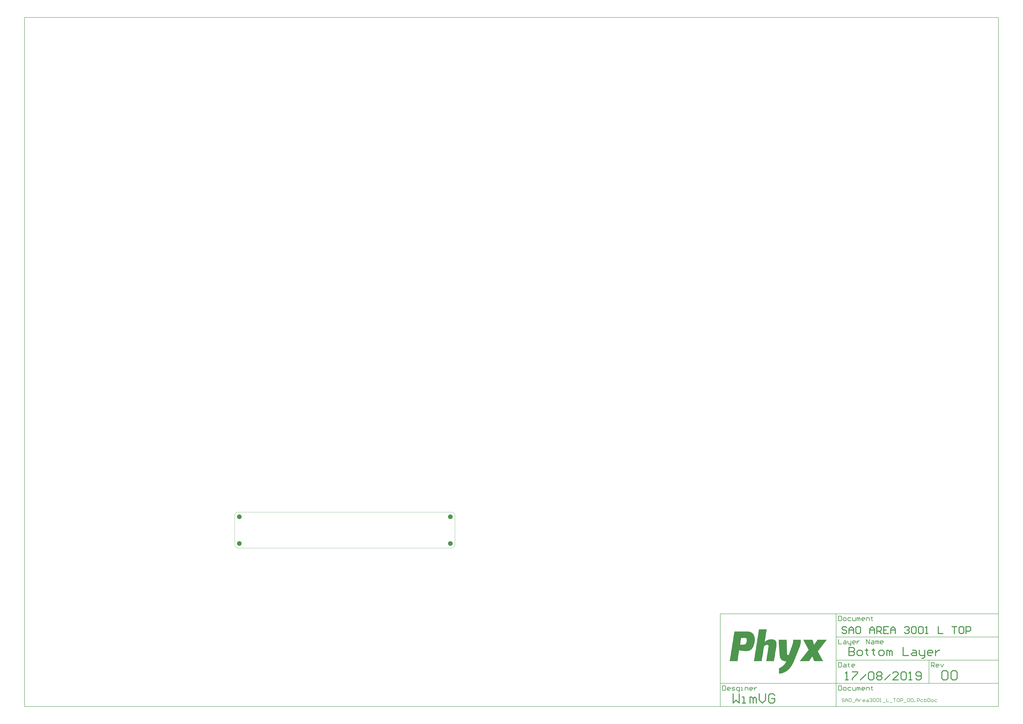
<source format=gbl>
G04*
G04 #@! TF.GenerationSoftware,Altium Limited,Altium Designer,18.1.7 (191)*
G04*
G04 Layer_Physical_Order=2*
G04 Layer_Color=16711680*
%FSLAX25Y25*%
%MOIN*%
G70*
G01*
G75*
%ADD10C,0.01575*%
%ADD11C,0.00394*%
%ADD12C,0.00787*%
%ADD13C,0.00984*%
%ADD17C,0.07874*%
G36*
X872201Y-141778D02*
X873919D01*
Y-142065D01*
X874778D01*
Y-142351D01*
X875637D01*
Y-142637D01*
X876496D01*
Y-142924D01*
X877069D01*
Y-143210D01*
X877355D01*
Y-143496D01*
X877928D01*
Y-143783D01*
X878214D01*
Y-144069D01*
X878786D01*
Y-144355D01*
X879073D01*
Y-144641D01*
X879359D01*
Y-144928D01*
X879646D01*
Y-145214D01*
X879932D01*
Y-145501D01*
X880218D01*
Y-145787D01*
X880504D01*
Y-146073D01*
Y-146359D01*
X880791D01*
Y-146646D01*
X881077D01*
Y-146932D01*
Y-147218D01*
X881363D01*
Y-147505D01*
X881650D01*
Y-147791D01*
Y-148077D01*
X881936D01*
Y-148364D01*
Y-148650D01*
Y-148936D01*
X882222D01*
Y-149223D01*
Y-149509D01*
Y-149795D01*
X882509D01*
Y-150082D01*
Y-150368D01*
Y-150654D01*
Y-150940D01*
X882795D01*
Y-151227D01*
Y-151513D01*
Y-151799D01*
Y-152086D01*
Y-152372D01*
X883081D01*
Y-152658D01*
Y-152945D01*
Y-153231D01*
Y-153517D01*
Y-153804D01*
Y-154090D01*
Y-154376D01*
Y-154663D01*
Y-154949D01*
Y-155235D01*
Y-155521D01*
Y-155808D01*
Y-156094D01*
Y-156380D01*
Y-156667D01*
Y-156953D01*
Y-157239D01*
Y-157526D01*
Y-157812D01*
Y-158098D01*
X882795D01*
Y-158385D01*
Y-158671D01*
Y-158957D01*
Y-159244D01*
Y-159530D01*
Y-159816D01*
Y-160102D01*
X882509D01*
Y-160389D01*
Y-160675D01*
Y-160961D01*
Y-161248D01*
Y-161534D01*
X882222D01*
Y-161820D01*
Y-162107D01*
Y-162393D01*
Y-162679D01*
Y-162966D01*
X881936D01*
Y-163252D01*
Y-163538D01*
Y-163824D01*
X881650D01*
Y-164111D01*
Y-164397D01*
Y-164683D01*
Y-164970D01*
X881363D01*
Y-165256D01*
Y-165542D01*
Y-165829D01*
X881077D01*
Y-166115D01*
Y-166401D01*
X880791D01*
Y-166688D01*
Y-166974D01*
Y-167260D01*
X880504D01*
Y-167547D01*
Y-167833D01*
X880218D01*
Y-168119D01*
Y-168405D01*
X879932D01*
Y-168692D01*
Y-168978D01*
X879646D01*
Y-169264D01*
X879359D01*
Y-169551D01*
Y-169837D01*
X879073D01*
Y-170123D01*
X878786D01*
Y-170410D01*
X878500D01*
Y-170696D01*
Y-170982D01*
X878214D01*
Y-171269D01*
X877928D01*
Y-171555D01*
X877641D01*
Y-171841D01*
X877355D01*
Y-172127D01*
X877069D01*
Y-172414D01*
X876496D01*
Y-172700D01*
X876210D01*
Y-172986D01*
X875637D01*
Y-173273D01*
X875351D01*
Y-173559D01*
X874778D01*
Y-173845D01*
X873919D01*
Y-174132D01*
X873060D01*
Y-174418D01*
X872201D01*
Y-174704D01*
X870483D01*
Y-174991D01*
X865330D01*
Y-174704D01*
X862753D01*
Y-174418D01*
X860749D01*
Y-174132D01*
X859317D01*
Y-173845D01*
X857886D01*
Y-173559D01*
X856454D01*
Y-173845D01*
Y-174132D01*
Y-174418D01*
Y-174704D01*
Y-174991D01*
Y-175277D01*
Y-175563D01*
X856168D01*
Y-175850D01*
Y-176136D01*
Y-176422D01*
Y-176709D01*
Y-176995D01*
Y-177281D01*
X855882D01*
Y-177568D01*
Y-177854D01*
Y-178140D01*
Y-178426D01*
Y-178713D01*
Y-178999D01*
X855595D01*
Y-179285D01*
Y-179572D01*
Y-179858D01*
Y-180144D01*
Y-180431D01*
Y-180717D01*
Y-181003D01*
X855309D01*
Y-181290D01*
Y-181576D01*
Y-181862D01*
Y-182149D01*
Y-182435D01*
Y-182721D01*
X855023D01*
Y-183007D01*
Y-183294D01*
Y-183580D01*
Y-183866D01*
Y-184153D01*
Y-184439D01*
X854736D01*
Y-184725D01*
Y-185012D01*
Y-185298D01*
Y-185584D01*
Y-185871D01*
Y-186157D01*
Y-186443D01*
X854450D01*
Y-186730D01*
Y-187016D01*
Y-187302D01*
Y-187588D01*
Y-187875D01*
Y-188161D01*
X854164D01*
Y-188447D01*
Y-188734D01*
Y-189020D01*
Y-189306D01*
Y-189593D01*
Y-189879D01*
X853877D01*
Y-190165D01*
Y-190452D01*
Y-190738D01*
Y-191024D01*
Y-191311D01*
Y-191597D01*
Y-191883D01*
X840421D01*
Y-191597D01*
X840707D01*
Y-191311D01*
Y-191024D01*
Y-190738D01*
Y-190452D01*
Y-190165D01*
X840993D01*
Y-189879D01*
Y-189593D01*
Y-189306D01*
Y-189020D01*
Y-188734D01*
Y-188447D01*
Y-188161D01*
X841280D01*
Y-187875D01*
Y-187588D01*
Y-187302D01*
Y-187016D01*
Y-186730D01*
Y-186443D01*
X841566D01*
Y-186157D01*
Y-185871D01*
Y-185584D01*
Y-185298D01*
Y-185012D01*
Y-184725D01*
X841852D01*
Y-184439D01*
Y-184153D01*
Y-183866D01*
Y-183580D01*
Y-183294D01*
Y-183007D01*
Y-182721D01*
X842138D01*
Y-182435D01*
Y-182149D01*
Y-181862D01*
Y-181576D01*
Y-181290D01*
Y-181003D01*
X842425D01*
Y-180717D01*
Y-180431D01*
Y-180144D01*
Y-179858D01*
Y-179572D01*
Y-179285D01*
X842711D01*
Y-178999D01*
Y-178713D01*
Y-178426D01*
Y-178140D01*
Y-177854D01*
Y-177568D01*
X842997D01*
Y-177281D01*
Y-176995D01*
Y-176709D01*
Y-176422D01*
Y-176136D01*
Y-175850D01*
Y-175563D01*
X843284D01*
Y-175277D01*
Y-174991D01*
Y-174704D01*
Y-174418D01*
Y-174132D01*
Y-173845D01*
X843570D01*
Y-173559D01*
Y-173273D01*
Y-172986D01*
Y-172700D01*
Y-172414D01*
Y-172127D01*
X843856D01*
Y-171841D01*
Y-171555D01*
Y-171269D01*
Y-170982D01*
Y-170696D01*
Y-170410D01*
X844143D01*
Y-170123D01*
Y-169837D01*
Y-169551D01*
Y-169264D01*
Y-168978D01*
Y-168692D01*
Y-168405D01*
X844429D01*
Y-168119D01*
Y-167833D01*
Y-167547D01*
Y-167260D01*
Y-166974D01*
Y-166688D01*
X844715D01*
Y-166401D01*
Y-166115D01*
Y-165829D01*
Y-165542D01*
Y-165256D01*
Y-164970D01*
X845002D01*
Y-164683D01*
Y-164397D01*
Y-164111D01*
Y-163824D01*
Y-163538D01*
Y-163252D01*
Y-162966D01*
X845288D01*
Y-162679D01*
Y-162393D01*
Y-162107D01*
Y-161820D01*
Y-161534D01*
Y-161248D01*
X845574D01*
Y-160961D01*
Y-160675D01*
Y-160389D01*
Y-160102D01*
Y-159816D01*
Y-159530D01*
X845861D01*
Y-159244D01*
Y-158957D01*
Y-158671D01*
Y-158385D01*
Y-158098D01*
Y-157812D01*
X846147D01*
Y-157526D01*
Y-157239D01*
Y-156953D01*
Y-156667D01*
Y-156380D01*
Y-156094D01*
Y-155808D01*
X846433D01*
Y-155521D01*
Y-155235D01*
Y-154949D01*
Y-154663D01*
Y-154376D01*
Y-154090D01*
X846719D01*
Y-153804D01*
Y-153517D01*
Y-153231D01*
Y-152945D01*
Y-152658D01*
Y-152372D01*
X847006D01*
Y-152086D01*
Y-151799D01*
Y-151513D01*
Y-151227D01*
Y-150940D01*
Y-150654D01*
Y-150368D01*
X847292D01*
Y-150082D01*
Y-149795D01*
Y-149509D01*
Y-149223D01*
Y-148936D01*
Y-148650D01*
X847578D01*
Y-148364D01*
Y-148077D01*
Y-147791D01*
Y-147505D01*
Y-147218D01*
Y-146932D01*
X847865D01*
Y-146646D01*
Y-146359D01*
Y-146073D01*
Y-145787D01*
Y-145501D01*
Y-145214D01*
Y-144928D01*
X848151D01*
Y-144641D01*
Y-144355D01*
Y-144069D01*
Y-143783D01*
Y-143496D01*
Y-143210D01*
X848437D01*
Y-142924D01*
Y-142637D01*
Y-142351D01*
Y-142065D01*
Y-141778D01*
Y-141492D01*
X872201D01*
Y-141778D01*
D02*
G37*
G36*
X903409Y-138343D02*
Y-138629D01*
X903123D01*
Y-138915D01*
Y-139202D01*
Y-139488D01*
Y-139774D01*
Y-140060D01*
Y-140347D01*
X902837D01*
Y-140633D01*
Y-140919D01*
Y-141206D01*
Y-141492D01*
Y-141778D01*
Y-142065D01*
X902551D01*
Y-142351D01*
Y-142637D01*
Y-142924D01*
Y-143210D01*
Y-143496D01*
Y-143783D01*
Y-144069D01*
X902264D01*
Y-144355D01*
Y-144641D01*
Y-144928D01*
Y-145214D01*
Y-145501D01*
Y-145787D01*
X901978D01*
Y-146073D01*
Y-146359D01*
Y-146646D01*
Y-146932D01*
Y-147218D01*
Y-147505D01*
X901692D01*
Y-147791D01*
Y-148077D01*
Y-148364D01*
Y-148650D01*
Y-148936D01*
Y-149223D01*
Y-149509D01*
X901405D01*
Y-149795D01*
Y-150082D01*
Y-150368D01*
Y-150654D01*
Y-150940D01*
Y-151227D01*
X901119D01*
Y-151513D01*
Y-151799D01*
Y-152086D01*
Y-152372D01*
Y-152658D01*
Y-152945D01*
X900833D01*
Y-153231D01*
Y-153517D01*
Y-153804D01*
Y-154090D01*
Y-154376D01*
Y-154663D01*
X900546D01*
Y-154949D01*
Y-155235D01*
Y-155521D01*
Y-155808D01*
Y-156094D01*
Y-156380D01*
Y-156667D01*
X900260D01*
Y-156953D01*
Y-157239D01*
Y-157526D01*
Y-157812D01*
Y-158098D01*
Y-158385D01*
X899974D01*
Y-158671D01*
Y-158957D01*
X900546D01*
Y-158671D01*
X900833D01*
Y-158385D01*
X901119D01*
Y-158098D01*
X901692D01*
Y-157812D01*
X901978D01*
Y-157526D01*
X902264D01*
Y-157239D01*
X902837D01*
Y-156953D01*
X903409D01*
Y-156667D01*
X903696D01*
Y-156380D01*
X904268D01*
Y-156094D01*
X905127D01*
Y-155808D01*
X905700D01*
Y-155521D01*
X906559D01*
Y-155235D01*
X907990D01*
Y-154949D01*
X914289D01*
Y-155235D01*
X915435D01*
Y-155521D01*
X916294D01*
Y-155808D01*
X916866D01*
Y-156094D01*
X917153D01*
Y-156380D01*
X917725D01*
Y-156667D01*
X918011D01*
Y-156953D01*
X918298D01*
Y-157239D01*
X918584D01*
Y-157526D01*
X918870D01*
Y-157812D01*
Y-158098D01*
X919157D01*
Y-158385D01*
Y-158671D01*
X919443D01*
Y-158957D01*
Y-159244D01*
Y-159530D01*
X919729D01*
Y-159816D01*
Y-160102D01*
Y-160389D01*
Y-160675D01*
X920016D01*
Y-160961D01*
Y-161248D01*
Y-161534D01*
Y-161820D01*
Y-162107D01*
Y-162393D01*
Y-162679D01*
Y-162966D01*
Y-163252D01*
Y-163538D01*
Y-163824D01*
Y-164111D01*
Y-164397D01*
Y-164683D01*
Y-164970D01*
Y-165256D01*
Y-165542D01*
Y-165829D01*
X919729D01*
Y-166115D01*
Y-166401D01*
Y-166688D01*
Y-166974D01*
Y-167260D01*
Y-167547D01*
Y-167833D01*
X919443D01*
Y-168119D01*
Y-168405D01*
Y-168692D01*
Y-168978D01*
Y-169264D01*
Y-169551D01*
Y-169837D01*
X919157D01*
Y-170123D01*
Y-170410D01*
Y-170696D01*
Y-170982D01*
Y-171269D01*
Y-171555D01*
X918870D01*
Y-171841D01*
Y-172127D01*
Y-172414D01*
Y-172700D01*
Y-172986D01*
Y-173273D01*
X918584D01*
Y-173559D01*
Y-173845D01*
Y-174132D01*
Y-174418D01*
Y-174704D01*
Y-174991D01*
X918298D01*
Y-175277D01*
Y-175563D01*
Y-175850D01*
Y-176136D01*
Y-176422D01*
Y-176709D01*
Y-176995D01*
X918011D01*
Y-177281D01*
Y-177568D01*
Y-177854D01*
Y-178140D01*
Y-178426D01*
Y-178713D01*
X917725D01*
Y-178999D01*
Y-179285D01*
Y-179572D01*
Y-179858D01*
Y-180144D01*
Y-180431D01*
X917439D01*
Y-180717D01*
Y-181003D01*
Y-181290D01*
Y-181576D01*
Y-181862D01*
Y-182149D01*
Y-182435D01*
X917153D01*
Y-182721D01*
Y-183007D01*
Y-183294D01*
Y-183580D01*
Y-183866D01*
Y-184153D01*
X916866D01*
Y-184439D01*
Y-184725D01*
Y-185012D01*
Y-185298D01*
Y-185584D01*
Y-185871D01*
X916580D01*
Y-186157D01*
Y-186443D01*
Y-186730D01*
Y-187016D01*
Y-187302D01*
Y-187588D01*
X916294D01*
Y-187875D01*
Y-188161D01*
Y-188447D01*
Y-188734D01*
Y-189020D01*
Y-189306D01*
Y-189593D01*
X916007D01*
Y-189879D01*
Y-190165D01*
Y-190452D01*
Y-190738D01*
Y-191024D01*
Y-191311D01*
X915721D01*
Y-191597D01*
Y-191883D01*
X902551D01*
Y-191597D01*
Y-191311D01*
X902837D01*
Y-191024D01*
Y-190738D01*
Y-190452D01*
Y-190165D01*
Y-189879D01*
Y-189593D01*
X903123D01*
Y-189306D01*
Y-189020D01*
Y-188734D01*
Y-188447D01*
Y-188161D01*
Y-187875D01*
Y-187588D01*
X903409D01*
Y-187302D01*
Y-187016D01*
Y-186730D01*
Y-186443D01*
Y-186157D01*
Y-185871D01*
X903696D01*
Y-185584D01*
Y-185298D01*
Y-185012D01*
Y-184725D01*
Y-184439D01*
Y-184153D01*
X903982D01*
Y-183866D01*
Y-183580D01*
Y-183294D01*
Y-183007D01*
Y-182721D01*
Y-182435D01*
Y-182149D01*
X904268D01*
Y-181862D01*
Y-181576D01*
Y-181290D01*
Y-181003D01*
Y-180717D01*
Y-180431D01*
X904555D01*
Y-180144D01*
Y-179858D01*
Y-179572D01*
Y-179285D01*
Y-178999D01*
Y-178713D01*
Y-178426D01*
X904841D01*
Y-178140D01*
Y-177854D01*
Y-177568D01*
Y-177281D01*
Y-176995D01*
Y-176709D01*
X905127D01*
Y-176422D01*
Y-176136D01*
Y-175850D01*
Y-175563D01*
Y-175277D01*
Y-174991D01*
X905414D01*
Y-174704D01*
Y-174418D01*
Y-174132D01*
Y-173845D01*
Y-173559D01*
Y-173273D01*
X905700D01*
Y-172986D01*
Y-172700D01*
Y-172414D01*
Y-172127D01*
Y-171841D01*
Y-171555D01*
Y-171269D01*
X905986D01*
Y-170982D01*
Y-170696D01*
Y-170410D01*
Y-170123D01*
Y-169837D01*
Y-169551D01*
X906273D01*
Y-169264D01*
Y-168978D01*
Y-168692D01*
Y-168405D01*
Y-168119D01*
Y-167833D01*
Y-167547D01*
X906559D01*
Y-167260D01*
Y-166974D01*
Y-166688D01*
Y-166401D01*
Y-166115D01*
Y-165829D01*
X906273D01*
Y-165542D01*
Y-165256D01*
X905986D01*
Y-164970D01*
X905700D01*
Y-164683D01*
X905127D01*
Y-164397D01*
X903409D01*
Y-164683D01*
X901978D01*
Y-164970D01*
X901119D01*
Y-165256D01*
X900546D01*
Y-165542D01*
X900260D01*
Y-165829D01*
X899687D01*
Y-166115D01*
X899401D01*
Y-166401D01*
X899115D01*
Y-166688D01*
Y-166974D01*
X898828D01*
Y-167260D01*
Y-167547D01*
Y-167833D01*
X898542D01*
Y-168119D01*
Y-168405D01*
Y-168692D01*
Y-168978D01*
Y-169264D01*
Y-169551D01*
X898256D01*
Y-169837D01*
Y-170123D01*
Y-170410D01*
Y-170696D01*
Y-170982D01*
Y-171269D01*
Y-171555D01*
X897970D01*
Y-171841D01*
Y-172127D01*
Y-172414D01*
Y-172700D01*
Y-172986D01*
Y-173273D01*
X897683D01*
Y-173559D01*
Y-173845D01*
Y-174132D01*
Y-174418D01*
Y-174704D01*
Y-174991D01*
X897397D01*
Y-175277D01*
Y-175563D01*
Y-175850D01*
Y-176136D01*
Y-176422D01*
Y-176709D01*
X897111D01*
Y-176995D01*
Y-177281D01*
Y-177568D01*
Y-177854D01*
Y-178140D01*
Y-178426D01*
Y-178713D01*
X896824D01*
Y-178999D01*
Y-179285D01*
Y-179572D01*
Y-179858D01*
Y-180144D01*
Y-180431D01*
X896538D01*
Y-180717D01*
Y-181003D01*
Y-181290D01*
Y-181576D01*
Y-181862D01*
Y-182149D01*
X896252D01*
Y-182435D01*
Y-182721D01*
Y-183007D01*
Y-183294D01*
Y-183580D01*
Y-183866D01*
Y-184153D01*
X895965D01*
Y-184439D01*
Y-184725D01*
Y-185012D01*
Y-185298D01*
Y-185584D01*
Y-185871D01*
X895679D01*
Y-186157D01*
Y-186443D01*
Y-186730D01*
Y-187016D01*
Y-187302D01*
Y-187588D01*
X895393D01*
Y-187875D01*
Y-188161D01*
Y-188447D01*
Y-188734D01*
Y-189020D01*
Y-189306D01*
X895106D01*
Y-189593D01*
Y-189879D01*
Y-190165D01*
Y-190452D01*
Y-190738D01*
Y-191024D01*
Y-191311D01*
X894820D01*
Y-191597D01*
Y-191883D01*
X881650D01*
Y-191597D01*
Y-191311D01*
X881936D01*
Y-191024D01*
Y-190738D01*
Y-190452D01*
Y-190165D01*
Y-189879D01*
Y-189593D01*
Y-189306D01*
X882222D01*
Y-189020D01*
Y-188734D01*
Y-188447D01*
Y-188161D01*
Y-187875D01*
Y-187588D01*
X882509D01*
Y-187302D01*
Y-187016D01*
Y-186730D01*
Y-186443D01*
Y-186157D01*
Y-185871D01*
X882795D01*
Y-185584D01*
Y-185298D01*
Y-185012D01*
Y-184725D01*
Y-184439D01*
Y-184153D01*
Y-183866D01*
X883081D01*
Y-183580D01*
Y-183294D01*
Y-183007D01*
Y-182721D01*
Y-182435D01*
Y-182149D01*
X883368D01*
Y-181862D01*
Y-181576D01*
Y-181290D01*
Y-181003D01*
Y-180717D01*
Y-180431D01*
X883654D01*
Y-180144D01*
Y-179858D01*
Y-179572D01*
Y-179285D01*
Y-178999D01*
Y-178713D01*
X883940D01*
Y-178426D01*
Y-178140D01*
Y-177854D01*
Y-177568D01*
Y-177281D01*
Y-176995D01*
Y-176709D01*
X884227D01*
Y-176422D01*
Y-176136D01*
Y-175850D01*
Y-175563D01*
Y-175277D01*
Y-174991D01*
X884513D01*
Y-174704D01*
Y-174418D01*
Y-174132D01*
Y-173845D01*
Y-173559D01*
Y-173273D01*
X884799D01*
Y-172986D01*
Y-172700D01*
Y-172414D01*
Y-172127D01*
Y-171841D01*
Y-171555D01*
Y-171269D01*
X885085D01*
Y-170982D01*
Y-170696D01*
Y-170410D01*
Y-170123D01*
Y-169837D01*
Y-169551D01*
X885372D01*
Y-169264D01*
Y-168978D01*
Y-168692D01*
Y-168405D01*
Y-168119D01*
Y-167833D01*
X885658D01*
Y-167547D01*
Y-167260D01*
Y-166974D01*
Y-166688D01*
Y-166401D01*
Y-166115D01*
X885944D01*
Y-165829D01*
Y-165542D01*
Y-165256D01*
Y-164970D01*
Y-164683D01*
Y-164397D01*
Y-164111D01*
X886231D01*
Y-163824D01*
Y-163538D01*
Y-163252D01*
Y-162966D01*
Y-162679D01*
Y-162393D01*
X886517D01*
Y-162107D01*
Y-161820D01*
Y-161534D01*
Y-161248D01*
Y-160961D01*
Y-160675D01*
X886803D01*
Y-160389D01*
Y-160102D01*
Y-159816D01*
Y-159530D01*
Y-159244D01*
Y-158957D01*
X887090D01*
Y-158671D01*
Y-158385D01*
Y-158098D01*
Y-157812D01*
Y-157526D01*
Y-157239D01*
Y-156953D01*
X887376D01*
Y-156667D01*
Y-156380D01*
Y-156094D01*
Y-155808D01*
Y-155521D01*
Y-155235D01*
X887662D01*
Y-154949D01*
Y-154663D01*
Y-154376D01*
Y-154090D01*
Y-153804D01*
Y-153517D01*
X887949D01*
Y-153231D01*
Y-152945D01*
Y-152658D01*
Y-152372D01*
Y-152086D01*
Y-151799D01*
Y-151513D01*
X888235D01*
Y-151227D01*
Y-150940D01*
Y-150654D01*
Y-150368D01*
Y-150082D01*
Y-149795D01*
X888521D01*
Y-149509D01*
Y-149223D01*
Y-148936D01*
Y-148650D01*
Y-148364D01*
Y-148077D01*
X888807D01*
Y-147791D01*
Y-147505D01*
Y-147218D01*
Y-146932D01*
Y-146646D01*
Y-146359D01*
X889094D01*
Y-146073D01*
Y-145787D01*
Y-145501D01*
Y-145214D01*
Y-144928D01*
Y-144641D01*
Y-144355D01*
X889380D01*
Y-144069D01*
Y-143783D01*
Y-143496D01*
Y-143210D01*
Y-142924D01*
Y-142637D01*
X889666D01*
Y-142351D01*
Y-142065D01*
Y-141778D01*
Y-141492D01*
Y-141206D01*
Y-140919D01*
X889953D01*
Y-140633D01*
Y-140347D01*
Y-140060D01*
Y-139774D01*
Y-139488D01*
Y-139202D01*
Y-138915D01*
X890239D01*
Y-138629D01*
Y-138343D01*
Y-138056D01*
X903409D01*
Y-138343D01*
D02*
G37*
G36*
X1005337Y-155808D02*
X1005050D01*
Y-156094D01*
X1004764D01*
Y-156380D01*
Y-156667D01*
X1004478D01*
Y-156953D01*
X1004192D01*
Y-157239D01*
X1003905D01*
Y-157526D01*
Y-157812D01*
X1003619D01*
Y-158098D01*
X1003333D01*
Y-158385D01*
X1003046D01*
Y-158671D01*
X1002760D01*
Y-158957D01*
Y-159244D01*
X1002474D01*
Y-159530D01*
X1002187D01*
Y-159816D01*
X1001901D01*
Y-160102D01*
Y-160389D01*
X1001615D01*
Y-160675D01*
X1001328D01*
Y-160961D01*
X1001042D01*
Y-161248D01*
X1000756D01*
Y-161534D01*
Y-161820D01*
X1000469D01*
Y-162107D01*
X1000183D01*
Y-162393D01*
X999897D01*
Y-162679D01*
Y-162966D01*
X999611D01*
Y-163252D01*
X999324D01*
Y-163538D01*
X999038D01*
Y-163824D01*
Y-164111D01*
X998752D01*
Y-164397D01*
X998465D01*
Y-164683D01*
X998179D01*
Y-164970D01*
X997893D01*
Y-165256D01*
Y-165542D01*
X997606D01*
Y-165829D01*
X997320D01*
Y-166115D01*
X997034D01*
Y-166401D01*
Y-166688D01*
X996747D01*
Y-166974D01*
X996461D01*
Y-167260D01*
X996175D01*
Y-167547D01*
Y-167833D01*
X995889D01*
Y-168119D01*
X995602D01*
Y-168405D01*
X995316D01*
Y-168692D01*
X995030D01*
Y-168978D01*
Y-169264D01*
X994743D01*
Y-169551D01*
X994457D01*
Y-169837D01*
X994171D01*
Y-170123D01*
Y-170410D01*
X993884D01*
Y-170696D01*
X993598D01*
Y-170982D01*
X993312D01*
Y-171269D01*
Y-171555D01*
X993025D01*
Y-171841D01*
X992739D01*
Y-172127D01*
X992453D01*
Y-172414D01*
X992166D01*
Y-172700D01*
Y-172986D01*
X991880D01*
Y-173273D01*
X991594D01*
Y-173559D01*
X991308D01*
Y-173845D01*
Y-174132D01*
X991021D01*
Y-174418D01*
X990735D01*
Y-174704D01*
X990449D01*
Y-174991D01*
X990162D01*
Y-175277D01*
Y-175563D01*
X990449D01*
Y-175850D01*
Y-176136D01*
X990735D01*
Y-176422D01*
Y-176709D01*
X991021D01*
Y-176995D01*
X991308D01*
Y-177281D01*
Y-177568D01*
X991594D01*
Y-177854D01*
Y-178140D01*
X991880D01*
Y-178426D01*
Y-178713D01*
X992166D01*
Y-178999D01*
Y-179285D01*
X992453D01*
Y-179572D01*
Y-179858D01*
X992739D01*
Y-180144D01*
Y-180431D01*
X993025D01*
Y-180717D01*
Y-181003D01*
X993312D01*
Y-181290D01*
Y-181576D01*
X993598D01*
Y-181862D01*
X993884D01*
Y-182149D01*
Y-182435D01*
X994171D01*
Y-182721D01*
Y-183007D01*
X994457D01*
Y-183294D01*
Y-183580D01*
X994743D01*
Y-183866D01*
Y-184153D01*
X995030D01*
Y-184439D01*
Y-184725D01*
X995316D01*
Y-185012D01*
Y-185298D01*
X995602D01*
Y-185584D01*
Y-185871D01*
X995889D01*
Y-186157D01*
X996175D01*
Y-186443D01*
Y-186730D01*
X996461D01*
Y-187016D01*
Y-187302D01*
X996747D01*
Y-187588D01*
Y-187875D01*
X997034D01*
Y-188161D01*
Y-188447D01*
X997320D01*
Y-188734D01*
Y-189020D01*
X997606D01*
Y-189306D01*
Y-189593D01*
X997893D01*
Y-189879D01*
Y-190165D01*
X998179D01*
Y-190452D01*
X998465D01*
Y-190738D01*
Y-191024D01*
X998752D01*
Y-191311D01*
Y-191597D01*
X999038D01*
Y-191883D01*
X983863D01*
Y-191597D01*
X983577D01*
Y-191311D01*
Y-191024D01*
Y-190738D01*
X983291D01*
Y-190452D01*
Y-190165D01*
Y-189879D01*
X983004D01*
Y-189593D01*
Y-189306D01*
X982718D01*
Y-189020D01*
Y-188734D01*
Y-188447D01*
X982432D01*
Y-188161D01*
Y-187875D01*
Y-187588D01*
X982146D01*
Y-187302D01*
Y-187016D01*
X981859D01*
Y-186730D01*
Y-186443D01*
Y-186157D01*
X981573D01*
Y-185871D01*
Y-185584D01*
Y-185298D01*
X981287D01*
Y-185012D01*
Y-184725D01*
Y-184439D01*
X981000D01*
Y-184153D01*
X980428D01*
Y-184439D01*
Y-184725D01*
X980141D01*
Y-185012D01*
X979855D01*
Y-185298D01*
Y-185584D01*
X979569D01*
Y-185871D01*
X979282D01*
Y-186157D01*
Y-186443D01*
X978996D01*
Y-186730D01*
X978710D01*
Y-187016D01*
Y-187302D01*
X978423D01*
Y-187588D01*
X978137D01*
Y-187875D01*
X977851D01*
Y-188161D01*
Y-188447D01*
X977565D01*
Y-188734D01*
X977278D01*
Y-189020D01*
Y-189306D01*
X976992D01*
Y-189593D01*
X976705D01*
Y-189879D01*
Y-190165D01*
X976419D01*
Y-190452D01*
X976133D01*
Y-190738D01*
Y-191024D01*
X975847D01*
Y-191311D01*
X975560D01*
Y-191597D01*
Y-191883D01*
X959527D01*
Y-191597D01*
X959813D01*
Y-191311D01*
X960099D01*
Y-191024D01*
X960386D01*
Y-190738D01*
X960672D01*
Y-190452D01*
Y-190165D01*
X960958D01*
Y-189879D01*
X961245D01*
Y-189593D01*
X961531D01*
Y-189306D01*
X961817D01*
Y-189020D01*
Y-188734D01*
X962104D01*
Y-188447D01*
X962390D01*
Y-188161D01*
X962676D01*
Y-187875D01*
Y-187588D01*
X962963D01*
Y-187302D01*
X963249D01*
Y-187016D01*
X963535D01*
Y-186730D01*
X963822D01*
Y-186443D01*
Y-186157D01*
X964108D01*
Y-185871D01*
X964394D01*
Y-185584D01*
X964680D01*
Y-185298D01*
X964967D01*
Y-185012D01*
Y-184725D01*
X965253D01*
Y-184439D01*
X965539D01*
Y-184153D01*
X965826D01*
Y-183866D01*
Y-183580D01*
X966112D01*
Y-183294D01*
X966398D01*
Y-183007D01*
X966685D01*
Y-182721D01*
X966971D01*
Y-182435D01*
Y-182149D01*
X967257D01*
Y-181862D01*
X967544D01*
Y-181576D01*
X967830D01*
Y-181290D01*
Y-181003D01*
X968116D01*
Y-180717D01*
X968402D01*
Y-180431D01*
X968689D01*
Y-180144D01*
X968975D01*
Y-179858D01*
Y-179572D01*
X969261D01*
Y-179285D01*
X969548D01*
Y-178999D01*
X969834D01*
Y-178713D01*
Y-178426D01*
X970120D01*
Y-178140D01*
X970407D01*
Y-177854D01*
X970693D01*
Y-177568D01*
X970979D01*
Y-177281D01*
Y-176995D01*
X971266D01*
Y-176709D01*
X971552D01*
Y-176422D01*
X971838D01*
Y-176136D01*
X972124D01*
Y-175850D01*
Y-175563D01*
X972411D01*
Y-175277D01*
X972697D01*
Y-174991D01*
X972983D01*
Y-174704D01*
Y-174418D01*
X973270D01*
Y-174132D01*
X973556D01*
Y-173845D01*
X973842D01*
Y-173559D01*
X974129D01*
Y-173273D01*
Y-172986D01*
X974415D01*
Y-172700D01*
Y-172414D01*
Y-172127D01*
X974129D01*
Y-171841D01*
X973842D01*
Y-171555D01*
Y-171269D01*
X973556D01*
Y-170982D01*
Y-170696D01*
X973270D01*
Y-170410D01*
Y-170123D01*
X972983D01*
Y-169837D01*
Y-169551D01*
X972697D01*
Y-169264D01*
Y-168978D01*
X972411D01*
Y-168692D01*
Y-168405D01*
X972124D01*
Y-168119D01*
X971838D01*
Y-167833D01*
Y-167547D01*
X971552D01*
Y-167260D01*
Y-166974D01*
X971266D01*
Y-166688D01*
Y-166401D01*
X970979D01*
Y-166115D01*
Y-165829D01*
X970693D01*
Y-165542D01*
Y-165256D01*
X970407D01*
Y-164970D01*
Y-164683D01*
X970120D01*
Y-164397D01*
X969834D01*
Y-164111D01*
Y-163824D01*
X969548D01*
Y-163538D01*
Y-163252D01*
X969261D01*
Y-162966D01*
Y-162679D01*
X968975D01*
Y-162393D01*
Y-162107D01*
X968689D01*
Y-161820D01*
Y-161534D01*
X968402D01*
Y-161248D01*
Y-160961D01*
X968116D01*
Y-160675D01*
Y-160389D01*
X967830D01*
Y-160102D01*
X967544D01*
Y-159816D01*
Y-159530D01*
X967257D01*
Y-159244D01*
Y-158957D01*
X966971D01*
Y-158671D01*
Y-158385D01*
X966685D01*
Y-158098D01*
Y-157812D01*
X966398D01*
Y-157526D01*
Y-157239D01*
X966112D01*
Y-156953D01*
Y-156667D01*
X965826D01*
Y-156380D01*
X965539D01*
Y-156094D01*
Y-155808D01*
X965253D01*
Y-155521D01*
X981000D01*
Y-155808D01*
X981287D01*
Y-156094D01*
Y-156380D01*
Y-156667D01*
X981573D01*
Y-156953D01*
Y-157239D01*
Y-157526D01*
X981859D01*
Y-157812D01*
Y-158098D01*
Y-158385D01*
X982146D01*
Y-158671D01*
Y-158957D01*
Y-159244D01*
X982432D01*
Y-159530D01*
Y-159816D01*
Y-160102D01*
X982718D01*
Y-160389D01*
Y-160675D01*
Y-160961D01*
X983004D01*
Y-161248D01*
Y-161534D01*
Y-161820D01*
X983291D01*
Y-162107D01*
Y-162393D01*
Y-162679D01*
X983577D01*
Y-162966D01*
Y-163252D01*
Y-163538D01*
Y-163824D01*
X984150D01*
Y-163538D01*
X984436D01*
Y-163252D01*
X984722D01*
Y-162966D01*
Y-162679D01*
X985009D01*
Y-162393D01*
X985295D01*
Y-162107D01*
Y-161820D01*
X985581D01*
Y-161534D01*
X985868D01*
Y-161248D01*
Y-160961D01*
X986154D01*
Y-160675D01*
X986440D01*
Y-160389D01*
Y-160102D01*
X986726D01*
Y-159816D01*
X987013D01*
Y-159530D01*
Y-159244D01*
X987299D01*
Y-158957D01*
X987585D01*
Y-158671D01*
Y-158385D01*
X987872D01*
Y-158098D01*
X988158D01*
Y-157812D01*
Y-157526D01*
X988444D01*
Y-157239D01*
X988731D01*
Y-156953D01*
Y-156667D01*
X989017D01*
Y-156380D01*
X989303D01*
Y-156094D01*
Y-155808D01*
X989590D01*
Y-155521D01*
X1005337D01*
Y-155808D01*
D02*
G37*
G36*
X961245D02*
Y-156094D01*
Y-156380D01*
Y-156667D01*
Y-156953D01*
Y-157239D01*
Y-157526D01*
Y-157812D01*
Y-158098D01*
Y-158385D01*
Y-158671D01*
Y-158957D01*
Y-159244D01*
Y-159530D01*
Y-159816D01*
Y-160102D01*
Y-160389D01*
Y-160675D01*
Y-160961D01*
Y-161248D01*
Y-161534D01*
X960958D01*
Y-161820D01*
Y-162107D01*
Y-162393D01*
Y-162679D01*
Y-162966D01*
X960672D01*
Y-163252D01*
Y-163538D01*
Y-163824D01*
Y-164111D01*
X960386D01*
Y-164397D01*
Y-164683D01*
Y-164970D01*
Y-165256D01*
X960099D01*
Y-165542D01*
Y-165829D01*
Y-166115D01*
X959813D01*
Y-166401D01*
Y-166688D01*
Y-166974D01*
X959527D01*
Y-167260D01*
Y-167547D01*
Y-167833D01*
X959241D01*
Y-168119D01*
Y-168405D01*
Y-168692D01*
X958954D01*
Y-168978D01*
Y-169264D01*
X958668D01*
Y-169551D01*
Y-169837D01*
X958381D01*
Y-170123D01*
Y-170410D01*
Y-170696D01*
X958095D01*
Y-170982D01*
Y-171269D01*
X957809D01*
Y-171555D01*
Y-171841D01*
Y-172127D01*
X957523D01*
Y-172414D01*
Y-172700D01*
X957236D01*
Y-172986D01*
Y-173273D01*
Y-173559D01*
X956950D01*
Y-173845D01*
Y-174132D01*
X956664D01*
Y-174418D01*
Y-174704D01*
Y-174991D01*
X956377D01*
Y-175277D01*
Y-175563D01*
X956091D01*
Y-175850D01*
Y-176136D01*
Y-176422D01*
X955805D01*
Y-176709D01*
Y-176995D01*
X955518D01*
Y-177281D01*
Y-177568D01*
Y-177854D01*
X955232D01*
Y-178140D01*
Y-178426D01*
X954946D01*
Y-178713D01*
Y-178999D01*
Y-179285D01*
X954659D01*
Y-179572D01*
Y-179858D01*
X954373D01*
Y-180144D01*
Y-180431D01*
Y-180717D01*
X954087D01*
Y-181003D01*
Y-181290D01*
X953800D01*
Y-181576D01*
Y-181862D01*
Y-182149D01*
X953514D01*
Y-182435D01*
Y-182721D01*
X953228D01*
Y-183007D01*
Y-183294D01*
Y-183580D01*
X952942D01*
Y-183866D01*
Y-184153D01*
X952655D01*
Y-184439D01*
Y-184725D01*
Y-185012D01*
X952369D01*
Y-185298D01*
Y-185584D01*
X952083D01*
Y-185871D01*
Y-186157D01*
Y-186443D01*
X951796D01*
Y-186730D01*
Y-187016D01*
X951510D01*
Y-187302D01*
Y-187588D01*
Y-187875D01*
X951224D01*
Y-188161D01*
Y-188447D01*
X950937D01*
Y-188734D01*
Y-189020D01*
Y-189306D01*
X950651D01*
Y-189593D01*
Y-189879D01*
X950365D01*
Y-190165D01*
Y-190452D01*
Y-190738D01*
X950078D01*
Y-191024D01*
Y-191311D01*
X949792D01*
Y-191597D01*
Y-191883D01*
Y-192169D01*
X949506D01*
Y-192456D01*
Y-192742D01*
X949220D01*
Y-193028D01*
Y-193315D01*
X948933D01*
Y-193601D01*
Y-193887D01*
X948647D01*
Y-194174D01*
Y-194460D01*
Y-194746D01*
X948361D01*
Y-195033D01*
X948074D01*
Y-195319D01*
Y-195605D01*
Y-195891D01*
X947788D01*
Y-196178D01*
X947502D01*
Y-196464D01*
Y-196750D01*
X947215D01*
Y-197037D01*
Y-197323D01*
X946929D01*
Y-197609D01*
Y-197896D01*
X946643D01*
Y-198182D01*
Y-198468D01*
X946356D01*
Y-198755D01*
X946070D01*
Y-199041D01*
Y-199327D01*
X945784D01*
Y-199614D01*
Y-199900D01*
X945497D01*
Y-200186D01*
X945211D01*
Y-200472D01*
X944925D01*
Y-200759D01*
Y-201045D01*
X944639D01*
Y-201331D01*
X944352D01*
Y-201618D01*
Y-201904D01*
X944066D01*
Y-202190D01*
X943780D01*
Y-202477D01*
X943493D01*
Y-202763D01*
Y-203049D01*
X943207D01*
Y-203336D01*
X942921D01*
Y-203622D01*
X942634D01*
Y-203908D01*
X942348D01*
Y-204195D01*
X942062D01*
Y-204481D01*
Y-204767D01*
X941775D01*
Y-205053D01*
X941489D01*
Y-205340D01*
X941203D01*
Y-205626D01*
X940916D01*
Y-205912D01*
X940630D01*
Y-206199D01*
X940344D01*
Y-206485D01*
X940057D01*
Y-206771D01*
X939485D01*
Y-207058D01*
X939199D01*
Y-207344D01*
X938912D01*
Y-207630D01*
X938626D01*
Y-207917D01*
X938340D01*
Y-208203D01*
X937767D01*
Y-208489D01*
X937481D01*
Y-208776D01*
X936908D01*
Y-209062D01*
X936622D01*
Y-209348D01*
X936049D01*
Y-209634D01*
X935763D01*
Y-209921D01*
X935190D01*
Y-210207D01*
X934618D01*
Y-210493D01*
X934045D01*
Y-210780D01*
X933472D01*
Y-211066D01*
X932900D01*
Y-211352D01*
X932041D01*
Y-211639D01*
X931468D01*
Y-211925D01*
X930609D01*
Y-212211D01*
X929464D01*
Y-212498D01*
X928319D01*
Y-212784D01*
X926601D01*
Y-213070D01*
X924597D01*
Y-213357D01*
X924310D01*
Y-213070D01*
Y-212784D01*
Y-212498D01*
Y-212211D01*
Y-211925D01*
Y-211639D01*
Y-211352D01*
Y-211066D01*
Y-210780D01*
Y-210493D01*
Y-210207D01*
Y-209921D01*
Y-209634D01*
Y-209348D01*
Y-209062D01*
Y-208776D01*
Y-208489D01*
Y-208203D01*
Y-207917D01*
Y-207630D01*
Y-207344D01*
Y-207058D01*
Y-206771D01*
Y-206485D01*
Y-206199D01*
Y-205912D01*
Y-205626D01*
Y-205340D01*
Y-205053D01*
Y-204767D01*
Y-204481D01*
Y-204195D01*
Y-203908D01*
X924883D01*
Y-203622D01*
X925455D01*
Y-203336D01*
X926028D01*
Y-203049D01*
X926601D01*
Y-202763D01*
X927173D01*
Y-202477D01*
X927746D01*
Y-202190D01*
X928032D01*
Y-201904D01*
X928605D01*
Y-201618D01*
X928891D01*
Y-201331D01*
X929464D01*
Y-201045D01*
X929750D01*
Y-200759D01*
X930037D01*
Y-200472D01*
X930609D01*
Y-200186D01*
X930896D01*
Y-199900D01*
X931182D01*
Y-199614D01*
X931468D01*
Y-199327D01*
X931754D01*
Y-199041D01*
X932041D01*
Y-198755D01*
X932327D01*
Y-198468D01*
X932613D01*
Y-198182D01*
X932900D01*
Y-197896D01*
X933186D01*
Y-197609D01*
X933472D01*
Y-197323D01*
X933759D01*
Y-197037D01*
Y-196750D01*
X934045D01*
Y-196464D01*
X934331D01*
Y-196178D01*
X934618D01*
Y-195891D01*
Y-195605D01*
X934904D01*
Y-195319D01*
X935190D01*
Y-195033D01*
Y-194746D01*
X935476D01*
Y-194460D01*
Y-194174D01*
X935763D01*
Y-193887D01*
X936049D01*
Y-193601D01*
Y-193315D01*
X936335D01*
Y-193028D01*
Y-192742D01*
X936622D01*
Y-192456D01*
Y-192169D01*
X934904D01*
Y-191883D01*
X932900D01*
Y-191597D01*
X931754D01*
Y-191311D01*
X931182D01*
Y-191024D01*
X930323D01*
Y-190738D01*
X929750D01*
Y-190452D01*
X929464D01*
Y-190165D01*
X928891D01*
Y-189879D01*
X928605D01*
Y-189593D01*
X928319D01*
Y-189306D01*
X928032D01*
Y-189020D01*
X927746D01*
Y-188734D01*
X927460D01*
Y-188447D01*
Y-188161D01*
X927173D01*
Y-187875D01*
X926887D01*
Y-187588D01*
Y-187302D01*
X926601D01*
Y-187016D01*
Y-186730D01*
X926315D01*
Y-186443D01*
Y-186157D01*
X926028D01*
Y-185871D01*
Y-185584D01*
Y-185298D01*
X925742D01*
Y-185012D01*
Y-184725D01*
Y-184439D01*
Y-184153D01*
X925455D01*
Y-183866D01*
Y-183580D01*
Y-183294D01*
Y-183007D01*
Y-182721D01*
Y-182435D01*
Y-182149D01*
X925169D01*
Y-181862D01*
Y-181576D01*
Y-181290D01*
Y-181003D01*
Y-180717D01*
Y-180431D01*
Y-180144D01*
Y-179858D01*
Y-179572D01*
Y-179285D01*
Y-178999D01*
Y-178713D01*
Y-178426D01*
Y-178140D01*
Y-177854D01*
X924883D01*
Y-177568D01*
Y-177281D01*
Y-176995D01*
Y-176709D01*
Y-176422D01*
Y-176136D01*
Y-175850D01*
Y-175563D01*
Y-175277D01*
Y-174991D01*
Y-174704D01*
Y-174418D01*
Y-174132D01*
Y-173845D01*
Y-173559D01*
X924597D01*
Y-173273D01*
Y-172986D01*
Y-172700D01*
Y-172414D01*
Y-172127D01*
Y-171841D01*
Y-171555D01*
Y-171269D01*
Y-170982D01*
Y-170696D01*
Y-170410D01*
Y-170123D01*
Y-169837D01*
Y-169551D01*
Y-169264D01*
Y-168978D01*
X924310D01*
Y-168692D01*
Y-168405D01*
Y-168119D01*
Y-167833D01*
Y-167547D01*
Y-167260D01*
Y-166974D01*
Y-166688D01*
Y-166401D01*
Y-166115D01*
Y-165829D01*
Y-165542D01*
Y-165256D01*
Y-164970D01*
Y-164683D01*
Y-164397D01*
X924024D01*
Y-164111D01*
Y-163824D01*
Y-163538D01*
Y-163252D01*
Y-162966D01*
Y-162679D01*
Y-162393D01*
Y-162107D01*
Y-161820D01*
Y-161534D01*
Y-161248D01*
Y-160961D01*
Y-160675D01*
Y-160389D01*
X923738D01*
Y-160102D01*
Y-159816D01*
Y-159530D01*
Y-159244D01*
Y-158957D01*
Y-158671D01*
Y-158385D01*
Y-158098D01*
Y-157812D01*
Y-157526D01*
Y-157239D01*
Y-156953D01*
Y-156667D01*
Y-156380D01*
Y-156094D01*
Y-155808D01*
X923451D01*
Y-155521D01*
X937194D01*
Y-155808D01*
Y-156094D01*
Y-156380D01*
Y-156667D01*
Y-156953D01*
Y-157239D01*
Y-157526D01*
Y-157812D01*
Y-158098D01*
Y-158385D01*
Y-158671D01*
Y-158957D01*
Y-159244D01*
Y-159530D01*
X937481D01*
Y-159816D01*
Y-160102D01*
Y-160389D01*
Y-160675D01*
Y-160961D01*
Y-161248D01*
Y-161534D01*
Y-161820D01*
Y-162107D01*
Y-162393D01*
Y-162679D01*
Y-162966D01*
Y-163252D01*
Y-163538D01*
Y-163824D01*
Y-164111D01*
Y-164397D01*
Y-164683D01*
Y-164970D01*
Y-165256D01*
Y-165542D01*
Y-165829D01*
Y-166115D01*
Y-166401D01*
Y-166688D01*
Y-166974D01*
Y-167260D01*
Y-167547D01*
Y-167833D01*
Y-168119D01*
Y-168405D01*
Y-168692D01*
Y-168978D01*
Y-169264D01*
Y-169551D01*
Y-169837D01*
Y-170123D01*
Y-170410D01*
Y-170696D01*
Y-170982D01*
Y-171269D01*
X937767D01*
Y-171555D01*
X937481D01*
Y-171841D01*
Y-172127D01*
X937767D01*
Y-172414D01*
Y-172700D01*
Y-172986D01*
Y-173273D01*
Y-173559D01*
Y-173845D01*
Y-174132D01*
Y-174418D01*
Y-174704D01*
Y-174991D01*
Y-175277D01*
Y-175563D01*
Y-175850D01*
Y-176136D01*
Y-176422D01*
Y-176709D01*
Y-176995D01*
Y-177281D01*
Y-177568D01*
Y-177854D01*
Y-178140D01*
Y-178426D01*
Y-178713D01*
Y-178999D01*
Y-179285D01*
Y-179572D01*
X938053D01*
Y-179858D01*
Y-180144D01*
Y-180431D01*
X938340D01*
Y-180717D01*
X938626D01*
Y-181003D01*
X938912D01*
Y-181290D01*
X939771D01*
Y-181576D01*
X940630D01*
Y-181290D01*
X940916D01*
Y-181003D01*
Y-180717D01*
Y-180431D01*
X941203D01*
Y-180144D01*
Y-179858D01*
X941489D01*
Y-179572D01*
Y-179285D01*
Y-178999D01*
X941775D01*
Y-178713D01*
Y-178426D01*
Y-178140D01*
X942062D01*
Y-177854D01*
Y-177568D01*
Y-177281D01*
X942348D01*
Y-176995D01*
Y-176709D01*
Y-176422D01*
X942634D01*
Y-176136D01*
Y-175850D01*
X942921D01*
Y-175563D01*
Y-175277D01*
Y-174991D01*
X943207D01*
Y-174704D01*
Y-174418D01*
Y-174132D01*
X943493D01*
Y-173845D01*
Y-173559D01*
Y-173273D01*
X943780D01*
Y-172986D01*
Y-172700D01*
X944066D01*
Y-172414D01*
Y-172127D01*
Y-171841D01*
X944352D01*
Y-171555D01*
Y-171269D01*
Y-170982D01*
X944639D01*
Y-170696D01*
Y-170410D01*
Y-170123D01*
X944925D01*
Y-169837D01*
Y-169551D01*
X945211D01*
Y-169264D01*
Y-168978D01*
Y-168692D01*
X945497D01*
Y-168405D01*
Y-168119D01*
Y-167833D01*
X945784D01*
Y-167547D01*
Y-167260D01*
Y-166974D01*
X946070D01*
Y-166688D01*
Y-166401D01*
X946356D01*
Y-166115D01*
Y-165829D01*
Y-165542D01*
X946643D01*
Y-165256D01*
Y-164970D01*
Y-164683D01*
X946929D01*
Y-164397D01*
Y-164111D01*
Y-163824D01*
X947215D01*
Y-163538D01*
Y-163252D01*
Y-162966D01*
Y-162679D01*
X947502D01*
Y-162393D01*
Y-162107D01*
Y-161820D01*
Y-161534D01*
X947788D01*
Y-161248D01*
Y-160961D01*
Y-160675D01*
Y-160389D01*
Y-160102D01*
X948074D01*
Y-159816D01*
Y-159530D01*
Y-159244D01*
Y-158957D01*
Y-158671D01*
Y-158385D01*
X948361D01*
Y-158098D01*
Y-157812D01*
Y-157526D01*
Y-157239D01*
Y-156953D01*
Y-156667D01*
Y-156380D01*
Y-156094D01*
Y-155808D01*
Y-155521D01*
X961245D01*
Y-155808D01*
D02*
G37*
%LPC*%
G36*
X867907Y-152658D02*
X859890D01*
Y-152945D01*
Y-153231D01*
Y-153517D01*
Y-153804D01*
Y-154090D01*
X859604D01*
Y-154376D01*
Y-154663D01*
Y-154949D01*
Y-155235D01*
Y-155521D01*
Y-155808D01*
X859317D01*
Y-156094D01*
Y-156380D01*
Y-156667D01*
Y-156953D01*
Y-157239D01*
Y-157526D01*
X859031D01*
Y-157812D01*
Y-158098D01*
Y-158385D01*
Y-158671D01*
Y-158957D01*
Y-159244D01*
X858745D01*
Y-159530D01*
Y-159816D01*
Y-160102D01*
Y-160389D01*
Y-160675D01*
Y-160961D01*
Y-161248D01*
X858458D01*
Y-161534D01*
Y-161820D01*
Y-162107D01*
Y-162393D01*
Y-162679D01*
Y-162966D01*
X858172D01*
Y-163252D01*
Y-163538D01*
Y-163824D01*
X865330D01*
Y-163538D01*
X866475D01*
Y-163252D01*
X867048D01*
Y-162966D01*
X867334D01*
Y-162679D01*
X867620D01*
Y-162393D01*
X867907D01*
Y-162107D01*
X868193D01*
Y-161820D01*
Y-161534D01*
X868479D01*
Y-161248D01*
Y-160961D01*
X868766D01*
Y-160675D01*
Y-160389D01*
X869052D01*
Y-160102D01*
Y-159816D01*
Y-159530D01*
Y-159244D01*
X869338D01*
Y-158957D01*
Y-158671D01*
Y-158385D01*
Y-158098D01*
Y-157812D01*
X869625D01*
Y-157526D01*
Y-157239D01*
Y-156953D01*
Y-156667D01*
Y-156380D01*
Y-156094D01*
Y-155808D01*
Y-155521D01*
Y-155235D01*
Y-154949D01*
Y-154663D01*
X869338D01*
Y-154376D01*
Y-154090D01*
X869052D01*
Y-153804D01*
Y-153517D01*
X868766D01*
Y-153231D01*
X868479D01*
Y-152945D01*
X867907D01*
Y-152658D01*
D02*
G37*
%LPD*%
D10*
X1042921Y-168552D02*
Y-182327D01*
X1049809D01*
X1052104Y-180031D01*
Y-177735D01*
X1049809Y-175439D01*
X1042921D01*
X1049809D01*
X1052104Y-173144D01*
Y-170848D01*
X1049809Y-168552D01*
X1042921D01*
X1058992Y-182327D02*
X1063584D01*
X1065879Y-180031D01*
Y-175439D01*
X1063584Y-173144D01*
X1058992D01*
X1056696Y-175439D01*
Y-180031D01*
X1058992Y-182327D01*
X1072767Y-170848D02*
Y-173144D01*
X1070471D01*
X1075063D01*
X1072767D01*
Y-180031D01*
X1075063Y-182327D01*
X1084246Y-170848D02*
Y-173144D01*
X1081950D01*
X1086542D01*
X1084246D01*
Y-180031D01*
X1086542Y-182327D01*
X1095725D02*
X1100317D01*
X1102613Y-180031D01*
Y-175439D01*
X1100317Y-173144D01*
X1095725D01*
X1093430Y-175439D01*
Y-180031D01*
X1095725Y-182327D01*
X1107205D02*
Y-173144D01*
X1109501D01*
X1111796Y-175439D01*
Y-182327D01*
Y-175439D01*
X1114092Y-173144D01*
X1116388Y-175439D01*
Y-182327D01*
X1134755Y-168552D02*
Y-182327D01*
X1143938D01*
X1150826Y-173144D02*
X1155417D01*
X1157713Y-175439D01*
Y-182327D01*
X1150826D01*
X1148530Y-180031D01*
X1150826Y-177735D01*
X1157713D01*
X1162305Y-173144D02*
Y-180031D01*
X1164601Y-182327D01*
X1171488D01*
Y-184623D01*
X1169193Y-186919D01*
X1166897D01*
X1171488Y-182327D02*
Y-173144D01*
X1182968Y-182327D02*
X1178376D01*
X1176080Y-180031D01*
Y-175439D01*
X1178376Y-173144D01*
X1182968D01*
X1185263Y-175439D01*
Y-177735D01*
X1176080D01*
X1189855Y-173144D02*
Y-182327D01*
Y-177735D01*
X1192151Y-175439D01*
X1194447Y-173144D01*
X1196743D01*
X846071Y-247293D02*
Y-263036D01*
X851318Y-257788D01*
X856566Y-263036D01*
Y-247293D01*
X861814Y-263036D02*
X867061D01*
X864437D01*
Y-252540D01*
X861814D01*
X874933Y-263036D02*
Y-252540D01*
X877556D01*
X880180Y-255164D01*
Y-263036D01*
Y-255164D01*
X882804Y-252540D01*
X885428Y-255164D01*
Y-263036D01*
X890676Y-247293D02*
Y-257788D01*
X895923Y-263036D01*
X901171Y-257788D01*
Y-247293D01*
X916914Y-249917D02*
X914290Y-247293D01*
X909042D01*
X906419Y-249917D01*
Y-260412D01*
X909042Y-263036D01*
X914290D01*
X916914Y-260412D01*
Y-255164D01*
X911666D01*
X1200401Y-210546D02*
X1203025Y-207923D01*
X1208273D01*
X1210897Y-210546D01*
Y-221042D01*
X1208273Y-223665D01*
X1203025D01*
X1200401Y-221042D01*
Y-210546D01*
X1216144D02*
X1218768Y-207923D01*
X1224016D01*
X1226639Y-210546D01*
Y-221042D01*
X1224016Y-223665D01*
X1218768D01*
X1216144Y-221042D01*
Y-210546D01*
X1037015Y-223665D02*
X1041607D01*
X1039311D01*
Y-209890D01*
X1037015Y-212186D01*
X1048495Y-209890D02*
X1057678D01*
Y-212186D01*
X1048495Y-221370D01*
Y-223665D01*
X1062270D02*
X1071453Y-214482D01*
X1076045Y-212186D02*
X1078341Y-209890D01*
X1082932D01*
X1085228Y-212186D01*
Y-221370D01*
X1082932Y-223665D01*
X1078341D01*
X1076045Y-221370D01*
Y-212186D01*
X1089820D02*
X1092116Y-209890D01*
X1096707D01*
X1099003Y-212186D01*
Y-214482D01*
X1096707Y-216778D01*
X1099003Y-219074D01*
Y-221370D01*
X1096707Y-223665D01*
X1092116D01*
X1089820Y-221370D01*
Y-219074D01*
X1092116Y-216778D01*
X1089820Y-214482D01*
Y-212186D01*
X1092116Y-216778D02*
X1096707D01*
X1103595Y-223665D02*
X1112778Y-214482D01*
X1126553Y-223665D02*
X1117370D01*
X1126553Y-214482D01*
Y-212186D01*
X1124258Y-209890D01*
X1119666D01*
X1117370Y-212186D01*
X1131145D02*
X1133441Y-209890D01*
X1138033D01*
X1140329Y-212186D01*
Y-221370D01*
X1138033Y-223665D01*
X1133441D01*
X1131145Y-221370D01*
Y-212186D01*
X1144920Y-223665D02*
X1149512D01*
X1147216D01*
Y-209890D01*
X1144920Y-212186D01*
X1156400Y-221370D02*
X1158695Y-223665D01*
X1163287D01*
X1165583Y-221370D01*
Y-212186D01*
X1163287Y-209890D01*
X1158695D01*
X1156400Y-212186D01*
Y-214482D01*
X1158695Y-216778D01*
X1165583D01*
X1038981Y-135086D02*
X1037014Y-133118D01*
X1033078D01*
X1031110Y-135086D01*
Y-137054D01*
X1033078Y-139022D01*
X1037014D01*
X1038981Y-140990D01*
Y-142957D01*
X1037014Y-144925D01*
X1033078D01*
X1031110Y-142957D01*
X1042917Y-144925D02*
Y-137054D01*
X1046853Y-133118D01*
X1050789Y-137054D01*
Y-144925D01*
Y-139022D01*
X1042917D01*
X1060628Y-133118D02*
X1056692D01*
X1054724Y-135086D01*
Y-142957D01*
X1056692Y-144925D01*
X1060628D01*
X1062596Y-142957D01*
Y-135086D01*
X1060628Y-133118D01*
X1078339Y-144925D02*
Y-137054D01*
X1082275Y-133118D01*
X1086210Y-137054D01*
Y-144925D01*
Y-139022D01*
X1078339D01*
X1090146Y-144925D02*
Y-133118D01*
X1096049D01*
X1098017Y-135086D01*
Y-139022D01*
X1096049Y-140990D01*
X1090146D01*
X1094082D02*
X1098017Y-144925D01*
X1109825Y-133118D02*
X1101953D01*
Y-144925D01*
X1109825D01*
X1101953Y-139022D02*
X1105889D01*
X1113760Y-144925D02*
Y-137054D01*
X1117696Y-133118D01*
X1121632Y-137054D01*
Y-144925D01*
Y-139022D01*
X1113760D01*
X1137375Y-135086D02*
X1139343Y-133118D01*
X1143278D01*
X1145246Y-135086D01*
Y-137054D01*
X1143278Y-139022D01*
X1141310D01*
X1143278D01*
X1145246Y-140990D01*
Y-142957D01*
X1143278Y-144925D01*
X1139343D01*
X1137375Y-142957D01*
X1149182Y-135086D02*
X1151150Y-133118D01*
X1155085D01*
X1157053Y-135086D01*
Y-142957D01*
X1155085Y-144925D01*
X1151150D01*
X1149182Y-142957D01*
Y-135086D01*
X1160989D02*
X1162957Y-133118D01*
X1166893D01*
X1168861Y-135086D01*
Y-142957D01*
X1166893Y-144925D01*
X1162957D01*
X1160989Y-142957D01*
Y-135086D01*
X1172796Y-144925D02*
X1176732D01*
X1174764D01*
Y-133118D01*
X1172796Y-135086D01*
X1194443Y-133118D02*
Y-144925D01*
X1202314D01*
X1218057Y-133118D02*
X1225929D01*
X1221993D01*
Y-144925D01*
X1235768Y-133118D02*
X1231832D01*
X1229865Y-135086D01*
Y-142957D01*
X1231832Y-144925D01*
X1235768D01*
X1237736Y-142957D01*
Y-135086D01*
X1235768Y-133118D01*
X1241672Y-144925D02*
Y-133118D01*
X1247575D01*
X1249543Y-135086D01*
Y-139022D01*
X1247575Y-140990D01*
X1241672D01*
D11*
X368110Y0D02*
G03*
X374016Y5906I0J5906D01*
G01*
X374016Y55118D02*
G03*
X368110Y61024I-5906J0D01*
G01*
X5906Y61024D02*
G03*
X0Y55118I0J-5906D01*
G01*
X0Y5906D02*
G03*
X5906Y0I5906J0D01*
G01*
X368110D01*
X374016Y5906D02*
Y55118D01*
X5906Y61024D02*
X368110D01*
X0Y5906D02*
Y55118D01*
D12*
X1178748Y-229571D02*
Y-190201D01*
X1021267Y-150831D02*
X1296858D01*
X1021267Y-190201D02*
X1296858D01*
X824417Y-229571D02*
X1296858D01*
X824417Y-111461D02*
X1296858D01*
X824417Y-268941D02*
Y-111461D01*
X1021267Y-268941D02*
Y-111461D01*
X-356685Y900350D02*
X1296858D01*
Y-268941D02*
Y900350D01*
X-356685Y-268941D02*
Y900350D01*
Y-268941D02*
X1296858D01*
X1035046Y-256147D02*
X1034062Y-255164D01*
X1032094D01*
X1031110Y-256147D01*
Y-257131D01*
X1032094Y-258115D01*
X1034062D01*
X1035046Y-259099D01*
Y-260083D01*
X1034062Y-261067D01*
X1032094D01*
X1031110Y-260083D01*
X1037014Y-261067D02*
Y-257131D01*
X1038981Y-255164D01*
X1040949Y-257131D01*
Y-261067D01*
Y-258115D01*
X1037014D01*
X1045869Y-255164D02*
X1043901D01*
X1042917Y-256147D01*
Y-260083D01*
X1043901Y-261067D01*
X1045869D01*
X1046853Y-260083D01*
Y-256147D01*
X1045869Y-255164D01*
X1048821Y-262051D02*
X1052757D01*
X1054724Y-261067D02*
Y-257131D01*
X1056692Y-255164D01*
X1058660Y-257131D01*
Y-261067D01*
Y-258115D01*
X1054724D01*
X1060628Y-257131D02*
Y-261067D01*
Y-259099D01*
X1061612Y-258115D01*
X1062596Y-257131D01*
X1063580D01*
X1069483Y-261067D02*
X1067515D01*
X1066531Y-260083D01*
Y-258115D01*
X1067515Y-257131D01*
X1069483D01*
X1070467Y-258115D01*
Y-259099D01*
X1066531D01*
X1073419Y-257131D02*
X1075387D01*
X1076371Y-258115D01*
Y-261067D01*
X1073419D01*
X1072435Y-260083D01*
X1073419Y-259099D01*
X1076371D01*
X1078339Y-256147D02*
X1079323Y-255164D01*
X1081291D01*
X1082275Y-256147D01*
Y-257131D01*
X1081291Y-258115D01*
X1080307D01*
X1081291D01*
X1082275Y-259099D01*
Y-260083D01*
X1081291Y-261067D01*
X1079323D01*
X1078339Y-260083D01*
X1084242Y-256147D02*
X1085226Y-255164D01*
X1087194D01*
X1088178Y-256147D01*
Y-260083D01*
X1087194Y-261067D01*
X1085226D01*
X1084242Y-260083D01*
Y-256147D01*
X1090146D02*
X1091130Y-255164D01*
X1093098D01*
X1094082Y-256147D01*
Y-260083D01*
X1093098Y-261067D01*
X1091130D01*
X1090146Y-260083D01*
Y-256147D01*
X1096049Y-261067D02*
X1098017D01*
X1097034D01*
Y-255164D01*
X1096049Y-256147D01*
X1100969Y-262051D02*
X1104905D01*
X1106873Y-255164D02*
Y-261067D01*
X1110808D01*
X1112776Y-262051D02*
X1116712D01*
X1118680Y-255164D02*
X1122616D01*
X1120648D01*
Y-261067D01*
X1127535Y-255164D02*
X1125568D01*
X1124584Y-256147D01*
Y-260083D01*
X1125568Y-261067D01*
X1127535D01*
X1128519Y-260083D01*
Y-256147D01*
X1127535Y-255164D01*
X1130487Y-261067D02*
Y-255164D01*
X1133439D01*
X1134423Y-256147D01*
Y-258115D01*
X1133439Y-259099D01*
X1130487D01*
X1136391Y-262051D02*
X1140326D01*
X1142294Y-256147D02*
X1143278Y-255164D01*
X1145246D01*
X1146230Y-256147D01*
Y-260083D01*
X1145246Y-261067D01*
X1143278D01*
X1142294Y-260083D01*
Y-256147D01*
X1148198D02*
X1149182Y-255164D01*
X1151150D01*
X1152134Y-256147D01*
Y-260083D01*
X1151150Y-261067D01*
X1149182D01*
X1148198Y-260083D01*
Y-256147D01*
X1154102Y-261067D02*
Y-260083D01*
X1155085D01*
Y-261067D01*
X1154102D01*
X1159021D02*
Y-255164D01*
X1161973D01*
X1162957Y-256147D01*
Y-258115D01*
X1161973Y-259099D01*
X1159021D01*
X1168861Y-257131D02*
X1165909D01*
X1164925Y-258115D01*
Y-260083D01*
X1165909Y-261067D01*
X1168861D01*
X1170829Y-255164D02*
Y-261067D01*
X1173780D01*
X1174764Y-260083D01*
Y-259099D01*
Y-258115D01*
X1173780Y-257131D01*
X1170829D01*
X1176732Y-255164D02*
Y-261067D01*
X1179684D01*
X1180668Y-260083D01*
Y-256147D01*
X1179684Y-255164D01*
X1176732D01*
X1183620Y-261067D02*
X1185588D01*
X1186571Y-260083D01*
Y-258115D01*
X1185588Y-257131D01*
X1183620D01*
X1182636Y-258115D01*
Y-260083D01*
X1183620Y-261067D01*
X1192475Y-257131D02*
X1189523D01*
X1188539Y-258115D01*
Y-260083D01*
X1189523Y-261067D01*
X1192475D01*
D13*
X1182685Y-202012D02*
Y-194141D01*
X1186621D01*
X1187932Y-195452D01*
Y-198076D01*
X1186621Y-199388D01*
X1182685D01*
X1185308D02*
X1187932Y-202012D01*
X1194492D02*
X1191868D01*
X1190556Y-200700D01*
Y-198076D01*
X1191868Y-196764D01*
X1194492D01*
X1195804Y-198076D01*
Y-199388D01*
X1190556D01*
X1198428Y-196764D02*
X1201052Y-202012D01*
X1203675Y-196764D01*
X828354Y-233511D02*
Y-241382D01*
X832290D01*
X833602Y-240070D01*
Y-234823D01*
X832290Y-233511D01*
X828354D01*
X840161Y-241382D02*
X837537D01*
X836226Y-240070D01*
Y-237446D01*
X837537Y-236134D01*
X840161D01*
X841473Y-237446D01*
Y-238758D01*
X836226D01*
X844097Y-241382D02*
X848033D01*
X849345Y-240070D01*
X848033Y-238758D01*
X845409D01*
X844097Y-237446D01*
X845409Y-236134D01*
X849345D01*
X854592Y-244006D02*
X855904D01*
X857216Y-242694D01*
Y-236134D01*
X853280D01*
X851968Y-237446D01*
Y-240070D01*
X853280Y-241382D01*
X857216D01*
X859840D02*
X862464D01*
X861152D01*
Y-236134D01*
X859840D01*
X866399Y-241382D02*
Y-236134D01*
X870335D01*
X871647Y-237446D01*
Y-241382D01*
X878207D02*
X875583D01*
X874271Y-240070D01*
Y-237446D01*
X875583Y-236134D01*
X878207D01*
X879519Y-237446D01*
Y-238758D01*
X874271D01*
X882143Y-236134D02*
Y-241382D01*
Y-238758D01*
X883454Y-237446D01*
X884766Y-236134D01*
X886078D01*
X1025204Y-115400D02*
Y-123272D01*
X1029140D01*
X1030452Y-121960D01*
Y-116712D01*
X1029140Y-115400D01*
X1025204D01*
X1034388Y-123272D02*
X1037012D01*
X1038323Y-121960D01*
Y-119336D01*
X1037012Y-118024D01*
X1034388D01*
X1033076Y-119336D01*
Y-121960D01*
X1034388Y-123272D01*
X1046195Y-118024D02*
X1042259D01*
X1040947Y-119336D01*
Y-121960D01*
X1042259Y-123272D01*
X1046195D01*
X1048819Y-118024D02*
Y-121960D01*
X1050131Y-123272D01*
X1054066D01*
Y-118024D01*
X1056690Y-123272D02*
Y-118024D01*
X1058002D01*
X1059314Y-119336D01*
Y-123272D01*
Y-119336D01*
X1060626Y-118024D01*
X1061938Y-119336D01*
Y-123272D01*
X1068498D02*
X1065874D01*
X1064562Y-121960D01*
Y-119336D01*
X1065874Y-118024D01*
X1068498D01*
X1069810Y-119336D01*
Y-120648D01*
X1064562D01*
X1072433Y-123272D02*
Y-118024D01*
X1076369D01*
X1077681Y-119336D01*
Y-123272D01*
X1081617Y-116712D02*
Y-118024D01*
X1080305D01*
X1082929D01*
X1081617D01*
Y-121960D01*
X1082929Y-123272D01*
X1025204Y-154770D02*
Y-162642D01*
X1030452D01*
X1034388Y-157394D02*
X1037012D01*
X1038323Y-158706D01*
Y-162642D01*
X1034388D01*
X1033076Y-161330D01*
X1034388Y-160018D01*
X1038323D01*
X1040947Y-157394D02*
Y-161330D01*
X1042259Y-162642D01*
X1046195D01*
Y-163954D01*
X1044883Y-165266D01*
X1043571D01*
X1046195Y-162642D02*
Y-157394D01*
X1052755Y-162642D02*
X1050131D01*
X1048819Y-161330D01*
Y-158706D01*
X1050131Y-157394D01*
X1052755D01*
X1054066Y-158706D01*
Y-160018D01*
X1048819D01*
X1056690Y-157394D02*
Y-162642D01*
Y-160018D01*
X1058002Y-158706D01*
X1059314Y-157394D01*
X1060626D01*
X1072433Y-162642D02*
Y-154770D01*
X1077681Y-162642D01*
Y-154770D01*
X1081617Y-157394D02*
X1084241D01*
X1085552Y-158706D01*
Y-162642D01*
X1081617D01*
X1080305Y-161330D01*
X1081617Y-160018D01*
X1085552D01*
X1088176Y-162642D02*
Y-157394D01*
X1089488D01*
X1090800Y-158706D01*
Y-162642D01*
Y-158706D01*
X1092112Y-157394D01*
X1093424Y-158706D01*
Y-162642D01*
X1099984D02*
X1097360D01*
X1096048Y-161330D01*
Y-158706D01*
X1097360Y-157394D01*
X1099984D01*
X1101295Y-158706D01*
Y-160018D01*
X1096048D01*
X1025204Y-194141D02*
Y-202012D01*
X1029140D01*
X1030452Y-200700D01*
Y-195452D01*
X1029140Y-194141D01*
X1025204D01*
X1034388Y-196764D02*
X1037012D01*
X1038323Y-198076D01*
Y-202012D01*
X1034388D01*
X1033076Y-200700D01*
X1034388Y-199388D01*
X1038323D01*
X1042259Y-195452D02*
Y-196764D01*
X1040947D01*
X1043571D01*
X1042259D01*
Y-200700D01*
X1043571Y-202012D01*
X1051443D02*
X1048819D01*
X1047507Y-200700D01*
Y-198076D01*
X1048819Y-196764D01*
X1051443D01*
X1052755Y-198076D01*
Y-199388D01*
X1047507D01*
X1025204Y-233511D02*
Y-241382D01*
X1029140D01*
X1030452Y-240070D01*
Y-234823D01*
X1029140Y-233511D01*
X1025204D01*
X1034388Y-241382D02*
X1037012D01*
X1038323Y-240070D01*
Y-237446D01*
X1037012Y-236134D01*
X1034388D01*
X1033076Y-237446D01*
Y-240070D01*
X1034388Y-241382D01*
X1046195Y-236134D02*
X1042259D01*
X1040947Y-237446D01*
Y-240070D01*
X1042259Y-241382D01*
X1046195D01*
X1048819Y-236134D02*
Y-240070D01*
X1050131Y-241382D01*
X1054066D01*
Y-236134D01*
X1056690Y-241382D02*
Y-236134D01*
X1058002D01*
X1059314Y-237446D01*
Y-241382D01*
Y-237446D01*
X1060626Y-236134D01*
X1061938Y-237446D01*
Y-241382D01*
X1068498D02*
X1065874D01*
X1064562Y-240070D01*
Y-237446D01*
X1065874Y-236134D01*
X1068498D01*
X1069810Y-237446D01*
Y-238758D01*
X1064562D01*
X1072433Y-241382D02*
Y-236134D01*
X1076369D01*
X1077681Y-237446D01*
Y-241382D01*
X1081617Y-234823D02*
Y-236134D01*
X1080305D01*
X1082929D01*
X1081617D01*
Y-240070D01*
X1082929Y-241382D01*
D17*
X366142Y53150D02*
D03*
Y7874D02*
D03*
X7874D02*
D03*
Y53150D02*
D03*
M02*

</source>
